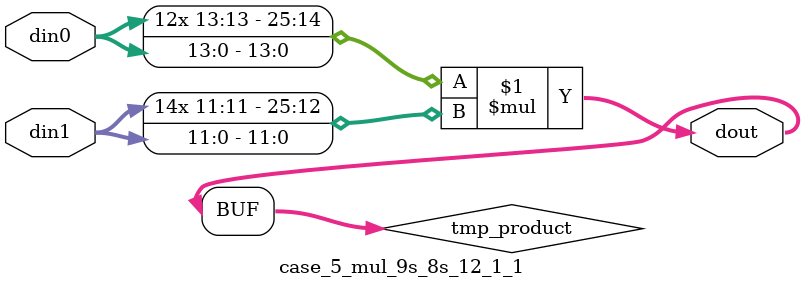
<source format=v>

`timescale 1 ns / 1 ps

 module case_5_mul_9s_8s_12_1_1(din0, din1, dout);
parameter ID = 1;
parameter NUM_STAGE = 0;
parameter din0_WIDTH = 14;
parameter din1_WIDTH = 12;
parameter dout_WIDTH = 26;

input [din0_WIDTH - 1 : 0] din0; 
input [din1_WIDTH - 1 : 0] din1; 
output [dout_WIDTH - 1 : 0] dout;

wire signed [dout_WIDTH - 1 : 0] tmp_product;



























assign tmp_product = $signed(din0) * $signed(din1);








assign dout = tmp_product;





















endmodule

</source>
